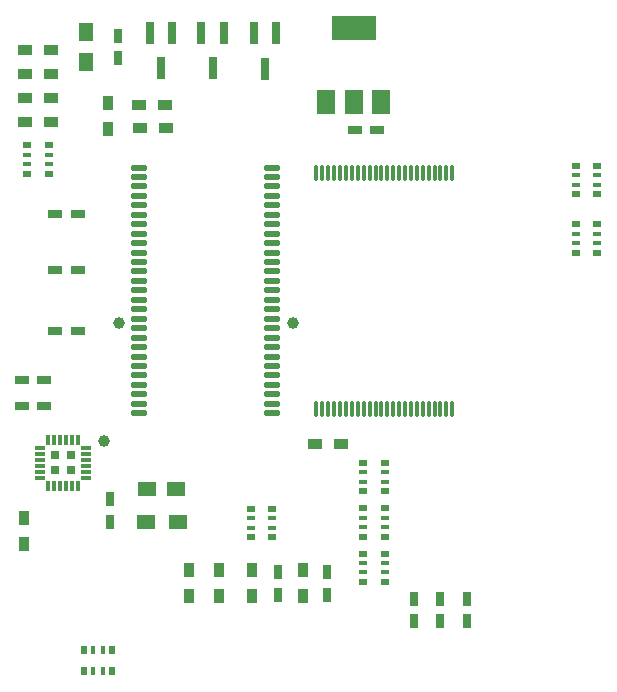
<source format=gbp>
G04 #@! TF.FileFunction,Paste,Bot*
%FSLAX46Y46*%
G04 Gerber Fmt 4.6, Leading zero omitted, Abs format (unit mm)*
G04 Created by KiCad (PCBNEW 4.0.7-e2-6376~58~ubuntu16.04.1) date Sat Dec  2 15:32:51 2017*
%MOMM*%
%LPD*%
G01*
G04 APERTURE LIST*
%ADD10C,0.100000*%
%ADD11R,0.900000X1.200000*%
%ADD12R,1.200000X0.750000*%
%ADD13R,0.750000X1.200000*%
%ADD14R,1.500000X1.250000*%
%ADD15R,1.250000X1.500000*%
%ADD16R,1.500000X1.300000*%
%ADD17R,1.200000X0.900000*%
%ADD18R,0.800000X0.500000*%
%ADD19R,0.800000X0.400000*%
%ADD20R,0.500000X0.800000*%
%ADD21R,0.400000X0.800000*%
%ADD22O,0.300000X1.400000*%
%ADD23O,1.450000X0.500000*%
%ADD24R,0.800000X1.900000*%
%ADD25R,0.850000X0.300000*%
%ADD26R,0.300000X0.850000*%
%ADD27R,0.780000X0.780000*%
%ADD28R,3.800000X2.000000*%
%ADD29R,1.500000X2.000000*%
%ADD30C,1.000000*%
G04 APERTURE END LIST*
D10*
D11*
X68427600Y-118762600D03*
X68427600Y-120962600D03*
X49098200Y-116543000D03*
X49098200Y-114343000D03*
D12*
X53680400Y-93370400D03*
X51780400Y-93370400D03*
X77129600Y-81508600D03*
X79029600Y-81508600D03*
X53680400Y-88595200D03*
X51780400Y-88595200D03*
X53680400Y-98501200D03*
X51780400Y-98501200D03*
D13*
X82118200Y-123073200D03*
X82118200Y-121173200D03*
X84353400Y-123073200D03*
X84353400Y-121173200D03*
X86639400Y-123073200D03*
X86639400Y-121173200D03*
X70637400Y-120838000D03*
X70637400Y-118938000D03*
X74803000Y-120838000D03*
X74803000Y-118938000D03*
D12*
X48935600Y-102666800D03*
X50835600Y-102666800D03*
X48935600Y-104851200D03*
X50835600Y-104851200D03*
D14*
X59532200Y-111937800D03*
X62032200Y-111937800D03*
D13*
X56438800Y-112765800D03*
X56438800Y-114665800D03*
X57048400Y-75422800D03*
X57048400Y-73522800D03*
D15*
X54406800Y-75722800D03*
X54406800Y-73222800D03*
D16*
X59432200Y-114706400D03*
X62132200Y-114706400D03*
D17*
X75928400Y-108102400D03*
X73728400Y-108102400D03*
D11*
X72745600Y-118788000D03*
X72745600Y-120988000D03*
X56235600Y-81389400D03*
X56235600Y-79189400D03*
D17*
X58945600Y-81330800D03*
X61145600Y-81330800D03*
X58869400Y-79425800D03*
X61069400Y-79425800D03*
D11*
X65633600Y-118737200D03*
X65633600Y-120937200D03*
X63093600Y-118737200D03*
X63093600Y-120937200D03*
D18*
X79665400Y-117367200D03*
D19*
X79665400Y-118967200D03*
X79665400Y-118167200D03*
D18*
X79665400Y-119767200D03*
D19*
X77865400Y-118167200D03*
D18*
X77865400Y-117367200D03*
D19*
X77865400Y-118967200D03*
D18*
X77865400Y-119767200D03*
X77865400Y-112071000D03*
D19*
X77865400Y-110471000D03*
X77865400Y-111271000D03*
D18*
X77865400Y-109671000D03*
D19*
X79665400Y-111271000D03*
D18*
X79665400Y-112071000D03*
D19*
X79665400Y-110471000D03*
D18*
X79665400Y-109671000D03*
X79665400Y-113531800D03*
D19*
X79665400Y-115131800D03*
X79665400Y-114331800D03*
D18*
X79665400Y-115931800D03*
D19*
X77865400Y-114331800D03*
D18*
X77865400Y-113531800D03*
D19*
X77865400Y-115131800D03*
D18*
X77865400Y-115931800D03*
X70104000Y-113563400D03*
D19*
X70104000Y-115163400D03*
X70104000Y-114363400D03*
D18*
X70104000Y-115963400D03*
D19*
X68304000Y-114363400D03*
D18*
X68304000Y-113563400D03*
D19*
X68304000Y-115163400D03*
D18*
X68304000Y-115963400D03*
D20*
X54172000Y-125490400D03*
D21*
X55772000Y-125490400D03*
X54972000Y-125490400D03*
D20*
X56572000Y-125490400D03*
D21*
X54972000Y-127290400D03*
D20*
X54172000Y-127290400D03*
D21*
X55772000Y-127290400D03*
D20*
X56572000Y-127290400D03*
D22*
X85386800Y-105115400D03*
X84886800Y-105115400D03*
X84386800Y-105115400D03*
X83886800Y-105115400D03*
X83386800Y-105115400D03*
X82886800Y-105115400D03*
X82386800Y-105115400D03*
X81886800Y-105115400D03*
X81386800Y-105115400D03*
X80886800Y-105115400D03*
X80386800Y-105115400D03*
X79886800Y-105115400D03*
X79386800Y-105115400D03*
X78886800Y-105115400D03*
X78386800Y-105115400D03*
X77886800Y-105115400D03*
X77386800Y-105115400D03*
X76886800Y-105115400D03*
X76386800Y-105115400D03*
X75886800Y-105115400D03*
X75386800Y-105115400D03*
X74886800Y-105115400D03*
X74386800Y-105115400D03*
X73886800Y-105115400D03*
X73886800Y-85115400D03*
X74386800Y-85115400D03*
X74886800Y-85115400D03*
X75386800Y-85115400D03*
X75886800Y-85115400D03*
X76386800Y-85115400D03*
X76886800Y-85115400D03*
X77386800Y-85115400D03*
X77886800Y-85115400D03*
X78386800Y-85115400D03*
X78886800Y-85115400D03*
X79386800Y-85115400D03*
X79886800Y-85115400D03*
X80386800Y-85115400D03*
X80886800Y-85115400D03*
X81386800Y-85115400D03*
X81886800Y-85115400D03*
X82386800Y-85115400D03*
X82886800Y-85115400D03*
X83386800Y-85115400D03*
X83886800Y-85115400D03*
X84386800Y-85115400D03*
X84886800Y-85115400D03*
X85386800Y-85115400D03*
D23*
X70129400Y-84683600D03*
X70129400Y-85483600D03*
X70129400Y-86283600D03*
X70129400Y-87083600D03*
X70129400Y-87883600D03*
X70129400Y-88683600D03*
X70129400Y-89483600D03*
X70129400Y-90283600D03*
X70129400Y-91083600D03*
X70129400Y-91883600D03*
X70129400Y-92683600D03*
X70129400Y-93483600D03*
X70129400Y-94283600D03*
X70129400Y-95083600D03*
X70129400Y-95883600D03*
X70129400Y-96683600D03*
X70129400Y-97483600D03*
X70129400Y-98283600D03*
X70129400Y-99083600D03*
X70129400Y-99883600D03*
X70129400Y-100683600D03*
X70129400Y-101483600D03*
X70129400Y-102283600D03*
X70129400Y-103083600D03*
X70129400Y-103883600D03*
X70129400Y-104683600D03*
X70129400Y-105483600D03*
X58829400Y-105483600D03*
X58829400Y-104683600D03*
X58829400Y-103883600D03*
X58829400Y-103083600D03*
X58829400Y-102283600D03*
X58829400Y-101483600D03*
X58829400Y-100683600D03*
X58829400Y-99883600D03*
X58829400Y-99083600D03*
X58829400Y-98283600D03*
X58829400Y-97483600D03*
X58829400Y-96683600D03*
X58829400Y-95883600D03*
X58829400Y-95083600D03*
X58829400Y-94283600D03*
X58829400Y-93483600D03*
X58829400Y-92683600D03*
X58829400Y-91883600D03*
X58829400Y-91083600D03*
X58829400Y-90283600D03*
X58829400Y-89483600D03*
X58829400Y-88683600D03*
X58829400Y-87883600D03*
X58829400Y-87083600D03*
X58829400Y-86283600D03*
X58829400Y-85483600D03*
X58829400Y-84683600D03*
D24*
X59781400Y-73277600D03*
X61681400Y-73277600D03*
X60731400Y-76277600D03*
X68595200Y-73303000D03*
X70495200Y-73303000D03*
X69545200Y-76303000D03*
X64150200Y-73277600D03*
X66050200Y-73277600D03*
X65100200Y-76277600D03*
D25*
X50475600Y-110927200D03*
X50475600Y-110427200D03*
X50475600Y-109927200D03*
X50475600Y-109427200D03*
X50475600Y-108927200D03*
X50475600Y-108427200D03*
D26*
X51175600Y-107727200D03*
X51675600Y-107727200D03*
X52175600Y-107727200D03*
X52675600Y-107727200D03*
X53175600Y-107727200D03*
X53675600Y-107727200D03*
D25*
X54375600Y-108427200D03*
X54375600Y-108927200D03*
X54375600Y-109427200D03*
X54375600Y-109927200D03*
X54375600Y-110427200D03*
X54375600Y-110927200D03*
D26*
X53675600Y-111627200D03*
X53175600Y-111627200D03*
X52675600Y-111627200D03*
X52175600Y-111627200D03*
X51675600Y-111627200D03*
X51175600Y-111627200D03*
D27*
X53075600Y-109027200D03*
X53075600Y-110327200D03*
X51775600Y-109027200D03*
X51775600Y-110327200D03*
D28*
X77026800Y-72846400D03*
D29*
X77026800Y-79146400D03*
X74726800Y-79146400D03*
X79326800Y-79146400D03*
D18*
X95874000Y-86950400D03*
D19*
X95874000Y-85350400D03*
X95874000Y-86150400D03*
D18*
X95874000Y-84550400D03*
D19*
X97674000Y-86150400D03*
D18*
X97674000Y-86950400D03*
D19*
X97674000Y-85350400D03*
D18*
X97674000Y-84550400D03*
X97674000Y-89478000D03*
D19*
X97674000Y-91078000D03*
X97674000Y-90278000D03*
D18*
X97674000Y-91878000D03*
D19*
X95874000Y-90278000D03*
D18*
X95874000Y-89478000D03*
D19*
X95874000Y-91078000D03*
D18*
X95874000Y-91878000D03*
D17*
X51442800Y-80822800D03*
X49242800Y-80822800D03*
X51442800Y-78790800D03*
X49242800Y-78790800D03*
X51442800Y-76758800D03*
X49242800Y-76758800D03*
X51442800Y-74726800D03*
X49242800Y-74726800D03*
D18*
X49406400Y-85204000D03*
D19*
X49406400Y-83604000D03*
X49406400Y-84404000D03*
D18*
X49406400Y-82804000D03*
D19*
X51206400Y-84404000D03*
D18*
X51206400Y-85204000D03*
D19*
X51206400Y-83604000D03*
D18*
X51206400Y-82804000D03*
D30*
X57127140Y-97840800D03*
X71930260Y-97871280D03*
X55864760Y-107868720D03*
M02*

</source>
